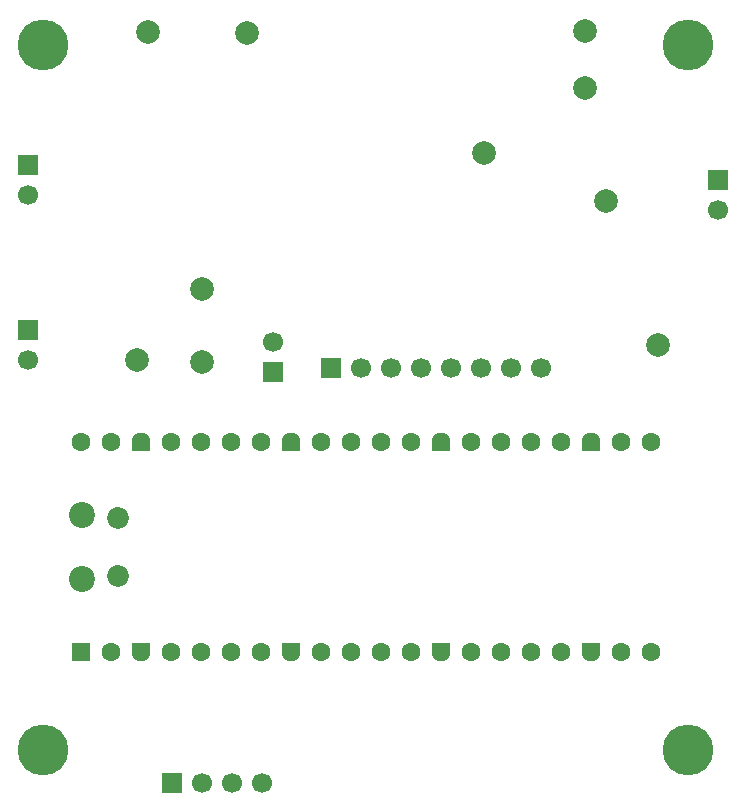
<source format=gbr>
%TF.GenerationSoftware,KiCad,Pcbnew,9.0.2-9.0.2-0~ubuntu24.04.1*%
%TF.CreationDate,2025-05-09T12:29:10-04:00*%
%TF.ProjectId,vreg-dac-lt3014,76726567-2d64-4616-932d-6c7433303134,rev?*%
%TF.SameCoordinates,Original*%
%TF.FileFunction,Soldermask,Bot*%
%TF.FilePolarity,Negative*%
%FSLAX46Y46*%
G04 Gerber Fmt 4.6, Leading zero omitted, Abs format (unit mm)*
G04 Created by KiCad (PCBNEW 9.0.2-9.0.2-0~ubuntu24.04.1) date 2025-05-09 12:29:10*
%MOMM*%
%LPD*%
G01*
G04 APERTURE LIST*
G04 Aperture macros list*
%AMRoundRect*
0 Rectangle with rounded corners*
0 $1 Rounding radius*
0 $2 $3 $4 $5 $6 $7 $8 $9 X,Y pos of 4 corners*
0 Add a 4 corners polygon primitive as box body*
4,1,4,$2,$3,$4,$5,$6,$7,$8,$9,$2,$3,0*
0 Add four circle primitives for the rounded corners*
1,1,$1+$1,$2,$3*
1,1,$1+$1,$4,$5*
1,1,$1+$1,$6,$7*
1,1,$1+$1,$8,$9*
0 Add four rect primitives between the rounded corners*
20,1,$1+$1,$2,$3,$4,$5,0*
20,1,$1+$1,$4,$5,$6,$7,0*
20,1,$1+$1,$6,$7,$8,$9,0*
20,1,$1+$1,$8,$9,$2,$3,0*%
%AMFreePoly0*
4,1,37,0.603843,0.796157,0.639018,0.796157,0.711114,0.766294,0.766294,0.711114,0.796157,0.639018,0.796157,0.603843,0.800000,0.600000,0.800000,-0.600000,0.796157,-0.603843,0.796157,-0.639018,0.766294,-0.711114,0.711114,-0.766294,0.639018,-0.796157,0.603843,-0.796157,0.600000,-0.800000,0.000000,-0.800000,0.000000,-0.796148,-0.078414,-0.796148,-0.232228,-0.765552,-0.377117,-0.705537,
-0.507515,-0.618408,-0.618408,-0.507515,-0.705537,-0.377117,-0.765552,-0.232228,-0.796148,-0.078414,-0.796148,0.078414,-0.765552,0.232228,-0.705537,0.377117,-0.618408,0.507515,-0.507515,0.618408,-0.377117,0.705537,-0.232228,0.765552,-0.078414,0.796148,0.000000,0.796148,0.000000,0.800000,0.600000,0.800000,0.603843,0.796157,0.603843,0.796157,$1*%
%AMFreePoly1*
4,1,37,0.000000,0.796148,0.078414,0.796148,0.232228,0.765552,0.377117,0.705537,0.507515,0.618408,0.618408,0.507515,0.705537,0.377117,0.765552,0.232228,0.796148,0.078414,0.796148,-0.078414,0.765552,-0.232228,0.705537,-0.377117,0.618408,-0.507515,0.507515,-0.618408,0.377117,-0.705537,0.232228,-0.765552,0.078414,-0.796148,0.000000,-0.796148,0.000000,-0.800000,-0.600000,-0.800000,
-0.603843,-0.796157,-0.639018,-0.796157,-0.711114,-0.766294,-0.766294,-0.711114,-0.796157,-0.639018,-0.796157,-0.603843,-0.800000,-0.600000,-0.800000,0.600000,-0.796157,0.603843,-0.796157,0.639018,-0.766294,0.711114,-0.711114,0.766294,-0.639018,0.796157,-0.603843,0.796157,-0.600000,0.800000,0.000000,0.800000,0.000000,0.796148,0.000000,0.796148,$1*%
G04 Aperture macros list end*
%ADD10C,2.000000*%
%ADD11R,1.700000X1.700000*%
%ADD12C,1.700000*%
%ADD13C,4.300000*%
%ADD14C,2.200000*%
%ADD15C,1.850000*%
%ADD16RoundRect,0.200000X0.600000X-0.600000X0.600000X0.600000X-0.600000X0.600000X-0.600000X-0.600000X0*%
%ADD17C,1.600000*%
%ADD18FreePoly0,90.000000*%
%ADD19FreePoly1,90.000000*%
G04 APERTURE END LIST*
D10*
%TO.C,TP7*%
X101092000Y-75133200D03*
%TD*%
D11*
%TO.C,J3*%
X86360000Y-72385000D03*
D12*
X86360000Y-74925000D03*
%TD*%
D11*
%TO.C,J2*%
X86360000Y-58420000D03*
D12*
X86360000Y-60960000D03*
%TD*%
D10*
%TO.C,TP4*%
X133504700Y-47091600D03*
%TD*%
D11*
%TO.C,J5*%
X98552000Y-110744000D03*
D12*
X101092000Y-110744000D03*
X103632000Y-110744000D03*
X106172000Y-110744000D03*
%TD*%
D13*
%TO.C,H3*%
X87630000Y-107950000D03*
%TD*%
D10*
%TO.C,TP10*%
X139700000Y-73660000D03*
%TD*%
D11*
%TO.C,JP1*%
X107061000Y-75946000D03*
D12*
X107061000Y-73406000D03*
%TD*%
D13*
%TO.C,H2*%
X142240000Y-48260000D03*
%TD*%
%TO.C,H1*%
X87630000Y-48260000D03*
%TD*%
D10*
%TO.C,TP9*%
X95554800Y-74930000D03*
%TD*%
%TO.C,TP1*%
X135280400Y-61518800D03*
%TD*%
%TO.C,TP3*%
X104902000Y-47244000D03*
%TD*%
D14*
%TO.C,A1*%
X90935000Y-93530000D03*
D15*
X93965000Y-93230000D03*
X93965000Y-88380000D03*
D14*
X90935000Y-88080000D03*
D16*
X90805000Y-99695000D03*
D17*
X93345000Y-99695000D03*
D18*
X95885000Y-99695000D03*
D17*
X98425000Y-99695000D03*
X100965000Y-99695000D03*
X103505000Y-99695000D03*
X106045000Y-99695000D03*
D18*
X108585000Y-99695000D03*
D17*
X111125000Y-99695000D03*
X113665000Y-99695000D03*
X116205000Y-99695000D03*
X118745000Y-99695000D03*
D18*
X121285000Y-99695000D03*
D17*
X123825000Y-99695000D03*
X126365000Y-99695000D03*
X128905000Y-99695000D03*
X131445000Y-99695000D03*
D18*
X133985000Y-99695000D03*
D17*
X136525000Y-99695000D03*
X139065000Y-99695000D03*
X139065000Y-81915000D03*
X136525000Y-81915000D03*
D19*
X133985000Y-81915000D03*
D17*
X131445000Y-81915000D03*
X128905000Y-81915000D03*
X126365000Y-81915000D03*
X123825000Y-81915000D03*
D19*
X121285000Y-81915000D03*
D17*
X118745000Y-81915000D03*
X116205000Y-81915000D03*
X113665000Y-81915000D03*
X111125000Y-81915000D03*
D19*
X108585000Y-81915000D03*
D17*
X106045000Y-81915000D03*
X103505000Y-81915000D03*
X100965000Y-81915000D03*
X98425000Y-81915000D03*
D19*
X95885000Y-81915000D03*
D17*
X93345000Y-81915000D03*
X90805000Y-81915000D03*
%TD*%
D13*
%TO.C,H4*%
X142240000Y-107950000D03*
%TD*%
D10*
%TO.C,TP8*%
X101092000Y-68986400D03*
%TD*%
%TO.C,TP5*%
X96547700Y-47218600D03*
%TD*%
D11*
%TO.C,J4*%
X111963200Y-75641200D03*
D12*
X114503200Y-75641200D03*
X117043200Y-75641200D03*
X119583200Y-75641200D03*
X122123200Y-75641200D03*
X124663200Y-75641200D03*
X127203200Y-75641200D03*
X129743200Y-75641200D03*
%TD*%
D10*
%TO.C,TP2*%
X124968000Y-57404000D03*
%TD*%
D11*
%TO.C,J1*%
X144780000Y-59690000D03*
D12*
X144780000Y-62230000D03*
%TD*%
D10*
%TO.C,TP6*%
X133502400Y-51917600D03*
%TD*%
M02*

</source>
